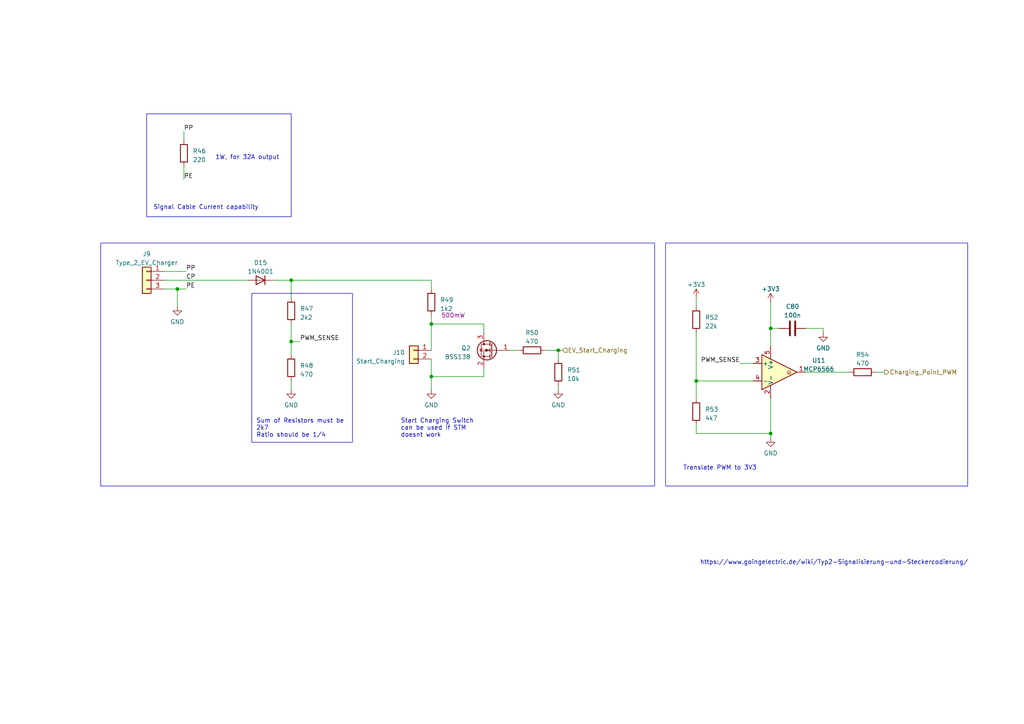
<source format=kicad_sch>
(kicad_sch (version 20231120) (generator "eeschema") (generator_version "8.0")
  (paper "A4")
  (lib_symbols
    (symbol "Comparator:MCP6566" (pin_names (offset 0.127))
      (property "Reference" "U" (at 0 5.08 0))
      (property "Value" "MCP6566" (at 0 -5.08 0))
      (symbol "MCP6566_0_1"
        (polyline (pts (xy -5.08 5.08) (xy 5.08 0) (xy -5.08 -5.08) (xy -5.08 5.08)) (stroke (width 0.254)) (fill (type background)))
        (polyline (pts (xy 3.302 -0.508) (xy 2.794 -0.508) (xy 3.302 0) (xy 2.794 0.508) (xy 2.286 0) (xy 2.794 -0.508) (xy 2.286 -0.508)) (stroke (width 0.127)))
        (pin power_in line (at -2.54 -7.62 90) (length 3.81) (name "V-") (number "2"))
        (pin power_in line (at -2.54 7.62 270) (length 3.81) (name "V+") (number "5"))
      )
      (symbol "MCP6566_1_1"
        (pin open_collector line (at 7.62 0 180) (length 2.54) (name "~") (number "1"))
        (pin input line (at -7.62 2.54 0) (length 2.54) (name "+") (number "3"))
        (pin input line (at -7.62 -2.54 0) (length 2.54) (name "-") (number "4"))
      )
    )
    (symbol "Connector_Generic:Conn_01x02" (pin_names (offset 1.016) hide)
      (property "Reference" "J" (at 0 2.54 0))
      (property "Value" "Conn_01x02" (at 0 -5.08 0))
      (symbol "Conn_01x02_1_1"
        (rectangle (start -1.27 -2.413) (end 0 -2.667) (stroke (width 0.1524)))
        (rectangle (start -1.27 0.127) (end 0 -0.127) (stroke (width 0.1524)))
        (rectangle (start -1.27 1.27) (end 1.27 -3.81) (stroke (width 0.254)) (fill (type background)))
        (pin passive line (at -5.08 0 0) (length 3.81) (name "Pin_1") (number "1"))
        (pin passive line (at -5.08 -2.54 0) (length 3.81) (name "Pin_2") (number "2"))
      )
    )
    (symbol "Connector_Generic:Conn_01x03" (pin_names (offset 1.016) hide)
      (property "Reference" "J" (at 0 5.08 0))
      (property "Value" "Conn_01x03" (at 0 -5.08 0))
      (symbol "Conn_01x03_1_1"
        (rectangle (start -1.27 -2.413) (end 0 -2.667) (stroke (width 0.1524)))
        (rectangle (start -1.27 0.127) (end 0 -0.127) (stroke (width 0.1524)))
        (rectangle (start -1.27 2.667) (end 0 2.413) (stroke (width 0.1524)))
        (rectangle (start -1.27 3.81) (end 1.27 -3.81) (stroke (width 0.254)) (fill (type background)))
        (pin passive line (at -5.08 2.54 0) (length 3.81) (name "Pin_1") (number "1"))
        (pin passive line (at -5.08 0 0) (length 3.81) (name "Pin_2") (number "2"))
        (pin passive line (at -5.08 -2.54 0) (length 3.81) (name "Pin_3") (number "3"))
      )
    )
    (symbol "Device:C" (pin_numbers hide) (pin_names (offset 0.254))
      (property "Reference" "C" (at 0.635 2.54 0))
      (property "Value" "C" (at 0.635 -2.54 0))
      (symbol "C_0_1"
        (polyline (pts (xy -2.032 -0.762) (xy 2.032 -0.762)) (stroke (width 0.508)))
        (polyline (pts (xy -2.032 0.762) (xy 2.032 0.762)) (stroke (width 0.508)))
      )
      (symbol "C_1_1"
        (pin passive line (at 0 3.81 270) (length 2.794) (name "~") (number "1"))
        (pin passive line (at 0 -3.81 90) (length 2.794) (name "~") (number "2"))
      )
    )
    (symbol "Device:R" (pin_numbers hide) (pin_names (offset 0))
      (property "Reference" "R" (at 2.032 0 90))
      (property "Value" "R" (at 0 0 90))
      (symbol "R_0_1"
        (rectangle (start -1.016 -2.54) (end 1.016 2.54) (stroke (width 0.254)))
      )
      (symbol "R_1_1"
        (pin passive line (at 0 3.81 270) (length 1.27) (name "~") (number "1"))
        (pin passive line (at 0 -3.81 90) (length 1.27) (name "~") (number "2"))
      )
    )
    (symbol "Diode:1N4001" (pin_numbers hide) (pin_names hide)
      (property "Reference" "D" (at 0 2.54 0))
      (property "Value" "1N4001" (at 0 -2.54 0))
      (symbol "1N4001_0_1"
        (polyline (pts (xy -1.27 1.27) (xy -1.27 -1.27)) (stroke (width 0.254)))
        (polyline (pts (xy 1.27 0) (xy -1.27 0)))
        (polyline (pts (xy 1.27 1.27) (xy 1.27 -1.27) (xy -1.27 0) (xy 1.27 1.27)) (stroke (width 0.254)))
      )
      (symbol "1N4001_1_1"
        (pin passive line (at -3.81 0 0) (length 2.54) (name "K") (number "1"))
        (pin passive line (at 3.81 0 180) (length 2.54) (name "A") (number "2"))
      )
    )
    (symbol "Transistor_FET:BSS138" (pin_names hide)
      (property "Reference" "Q" (at 5.08 1.905 0))
      (property "Value" "BSS138" (at 5.08 0 0))
      (symbol "BSS138_0_1"
        (polyline (pts (xy 0.254 0) (xy -2.54 0)))
        (polyline (pts (xy 0.254 1.905) (xy 0.254 -1.905)) (stroke (width 0.254)))
        (polyline (pts (xy 0.762 -1.27) (xy 0.762 -2.286)) (stroke (width 0.254)))
        (polyline (pts (xy 0.762 0.508) (xy 0.762 -0.508)) (stroke (width 0.254)))
        (polyline (pts (xy 0.762 2.286) (xy 0.762 1.27)) (stroke (width 0.254)))
        (polyline (pts (xy 2.54 2.54) (xy 2.54 1.778)))
        (polyline (pts (xy 2.54 -2.54) (xy 2.54 0) (xy 0.762 0)))
        (polyline (pts (xy 0.762 -1.778) (xy 3.302 -1.778) (xy 3.302 1.778) (xy 0.762 1.778)))
        (polyline (pts (xy 1.016 0) (xy 2.032 0.381) (xy 2.032 -0.381) (xy 1.016 0)) (fill (type outline)))
        (polyline (pts (xy 2.794 0.508) (xy 2.921 0.381) (xy 3.683 0.381) (xy 3.81 0.254)))
        (polyline (pts (xy 3.302 0.381) (xy 2.921 -0.254) (xy 3.683 -0.254) (xy 3.302 0.381)))
        (circle (center 1.651 0) (radius 2.794) (stroke (width 0.254)))
        (circle (center 2.54 -1.778) (radius 0.254) (fill (type outline)))
        (circle (center 2.54 1.778) (radius 0.254) (fill (type outline)))
      )
      (symbol "BSS138_1_1"
        (pin input line (at -5.08 0 0) (length 2.54) (name "G") (number "1"))
        (pin passive line (at 2.54 -5.08 90) (length 2.54) (name "S") (number "2"))
        (pin passive line (at 2.54 5.08 270) (length 2.54) (name "D") (number "3"))
      )
    )
    (symbol "power:+3V3" (power) (pin_numbers hide) (pin_names (offset 0) hide)
      (property "Value" "+3V3" (at 0 3.556 0))
      (symbol "+3V3_0_1"
        (polyline (pts (xy -0.762 1.27) (xy 0 2.54)))
        (polyline (pts (xy 0 0) (xy 0 2.54)))
        (polyline (pts (xy 0 2.54) (xy 0.762 1.27)))
      )
      (symbol "+3V3_1_1"
        (pin power_in line (at 0 0 90) (length 0) (name "~") (number "1"))
      )
    )
    (symbol "power:GND" (power) (pin_numbers hide) (pin_names (offset 0) hide)
      (property "Value" "GND" (at 0 -3.81 0))
      (symbol "GND_0_1"
        (polyline (pts (xy 0 0) (xy 0 -1.27) (xy 1.27 -1.27) (xy 0 -2.54) (xy -1.27 -1.27) (xy 0 -1.27)))
      )
      (symbol "GND_1_1"
        (pin power_in line (at 0 0 270) (length 0) (name "~") (number "1"))
      )
    )
  )
  (junction (at 51.435 83.82))
  (junction (at 223.52 95.25))
  (junction (at 201.93 110.49))
  (junction (at 161.925 101.6))
  (junction (at 84.455 81.28))
  (junction (at 84.455 99.06))
  (junction (at 223.52 125.73))
  (junction (at 125.095 109.22))
  (junction (at 125.095 93.98))
  (wire (pts (xy 161.925 111.76) (xy 161.925 113.03)))
  (wire (pts (xy 84.455 81.28) (xy 84.455 86.36)))
  (wire (pts (xy 214.63 105.41) (xy 218.44 105.41)))
  (wire (pts (xy 161.925 101.6) (xy 161.925 104.14)))
  (wire (pts (xy 233.68 107.95) (xy 246.38 107.95)))
  (wire (pts (xy 53.34 48.26) (xy 53.34 52.07)))
  (wire (pts (xy 84.455 81.28) (xy 125.095 81.28)))
  (wire (pts (xy 223.52 125.73) (xy 223.52 127)))
  (wire (pts (xy 201.93 86.36) (xy 201.93 88.9)))
  (wire (pts (xy 84.455 99.06) (xy 84.455 102.87)))
  (wire (pts (xy 125.095 104.14) (xy 125.095 109.22)))
  (wire (pts (xy 125.095 93.98) (xy 125.095 91.44)))
  (wire (pts (xy 223.52 95.25) (xy 226.06 95.25)))
  (wire (pts (xy 223.52 115.57) (xy 223.52 125.73)))
  (wire (pts (xy 125.095 109.22) (xy 125.095 113.03)))
  (wire (pts (xy 161.925 101.6) (xy 163.195 101.6)))
  (wire (pts (xy 125.095 81.28) (xy 125.095 83.82)))
  (wire (pts (xy 84.455 110.49) (xy 84.455 113.03)))
  (wire (pts (xy 140.335 93.98) (xy 125.095 93.98)))
  (wire (pts (xy 223.52 95.25) (xy 223.52 100.33)))
  (wire (pts (xy 147.955 101.6) (xy 150.495 101.6)))
  (wire (pts (xy 218.44 110.49) (xy 201.93 110.49)))
  (wire (pts (xy 51.435 83.82) (xy 53.975 83.82)))
  (wire (pts (xy 51.435 83.82) (xy 51.435 88.9)))
  (wire (pts (xy 223.52 87.63) (xy 223.52 95.25)))
  (wire (pts (xy 79.375 81.28) (xy 84.455 81.28)))
  (wire (pts (xy 125.095 93.98) (xy 125.095 101.6)))
  (wire (pts (xy 47.625 78.74) (xy 53.975 78.74)))
  (wire (pts (xy 84.455 99.06) (xy 86.995 99.06)))
  (wire (pts (xy 125.095 109.22) (xy 140.335 109.22)))
  (wire (pts (xy 84.455 93.98) (xy 84.455 99.06)))
  (wire (pts (xy 53.34 38.1) (xy 53.34 40.64)))
  (wire (pts (xy 47.625 83.82) (xy 51.435 83.82)))
  (wire (pts (xy 140.335 96.52) (xy 140.335 93.98)))
  (wire (pts (xy 47.625 81.28) (xy 71.755 81.28)))
  (wire (pts (xy 256.54 107.95) (xy 254 107.95)))
  (wire (pts (xy 140.335 109.22) (xy 140.335 106.68)))
  (wire (pts (xy 201.93 123.19) (xy 201.93 125.73)))
  (wire (pts (xy 201.93 96.52) (xy 201.93 110.49)))
  (wire (pts (xy 158.115 101.6) (xy 161.925 101.6)))
  (wire (pts (xy 201.93 110.49) (xy 201.93 115.57)))
  (wire (pts (xy 238.76 96.52) (xy 238.76 95.25)))
  (wire (pts (xy 238.76 95.25) (xy 233.68 95.25)))
  (wire (pts (xy 201.93 125.73) (xy 223.52 125.73)))
  (rectangle (start 29.21 70.485) (end 189.865 140.97))
  (rectangle (start 42.545 33.02) (end 84.455 62.865))
  (rectangle (start 73.025 85.09) (end 102.235 128.27))
  (rectangle (start 193.04 70.485) (end 280.67 140.97))
  (text "Start Charging Switch \ncan be used if STM\ndoesnt work" (at 116.205 127 0) (effects (font (size 1.27 1.27)) (justify left bottom)))
  (text "Sum of Resistors must be \n2k7\nRatio should be 1/4" (at 74.295 127 0) (effects (font (size 1.27 1.27)) (justify left bottom)))
  (text "1W, for 32A output" (at 71.755 45.72 0) (effects (font (size 1.27 1.27))))
  (text "Translate PWM to 3V3" (at 198.12 136.525 0) (effects (font (size 1.27 1.27)) (justify left bottom)))
  (text "Signal Cable Current capability" (at 44.45 60.96 0) (effects (font (size 1.27 1.27)) (justify left bottom)))
  (text "https://www.goingelectric.de/wiki/Typ2-Signalisierung-und-Steckercodierung/" (at 241.935 163.195 0) (effects (font (size 1.27 1.27))))
  (label "PE" (at 53.975 83.82 0))
  (label "PE" (at 53.34 52.07 0))
  (label "PWM_SENSE" (at 214.63 105.41 180))
  (label "PP" (at 53.975 78.74 0))
  (label "PP" (at 53.34 38.1 0))
  (label "PWM_SENSE" (at 86.995 99.06 0))
  (label "CP" (at 53.975 81.28 0))
  (hierarchical_label "Charging_Point_PWM" (shape output) (at 256.54 107.95 0))
  (hierarchical_label "EV_Start_Charging" (shape input) (at 163.195 101.6 0))
  (symbol (lib_id "Comparator:MCP6566") (at 226.06 107.95 0) (unit 1)
    (property "Reference" "U11" (at 237.49 104.5211 0))
    (property "Value" "MCP6566" (at 237.49 107.0611 0))
    (property "Footprint" "Package_TO_SOT_SMD:SOT-23-5" (effects (hide yes)))
    (property "Datasheet" "http://ww1.microchip.com/downloads/en/DeviceDoc/MCP6566-6R-6U-7-9-1.8V-Low-Power-Open-Drain-Output-Comparator-DS20002143G.pdf" (effects (hide yes)))
    (instances (project "FT25-Charger" (path "" (reference "U11") (unit 1))) (project "EV_Emulator" (path "" (reference "U2") (unit 1))) (project "FT23_Charger" (path "" (reference "U3") (unit 1))))
  )
  (symbol (lib_id "Device:R") (at 84.455 90.17 0) (unit 1)
    (property "Reference" "R47" (at 86.995 89.535 0) (effects (justify left)))
    (property "Value" "2k2" (at 86.995 92.075 0) (effects (justify left)))
    (property "Footprint" "Resistor_SMD:R_0805_2012Metric" (effects (hide yes)))
    (instances (project "FT25-Charger" (path "" (reference "R47") (unit 1))) (project "EV_Emulator" (path "" (reference "R2") (unit 1))) (project "FT23_Charger" (path "" (reference "R17") (unit 1))))
  )
  (symbol (lib_id "power:GND") (at 84.455 113.03 0) (unit 1)
    (property "Reference" "#PWR0111" (effects (hide yes)))
    (property "Value" "GND" (at 84.455 117.475 0))
    (property "Description" "Power symbol creates a global label with name \"GND\" , ground" (effects (hide yes)))
    (instances (project "FT25-Charger" (path "" (reference "#PWR0111") (unit 1))) (project "FT23_Charger" (path "" (reference "#PWR030") (unit 1))))
  )
  (symbol (lib_id "power:GND") (at 51.435 88.9 0) (unit 1)
    (property "Reference" "#PWR0110" (effects (hide yes)))
    (property "Value" "GND" (at 51.435 93.345 0))
    (property "Description" "Power symbol creates a global label with name \"GND\" , ground" (effects (hide yes)))
    (instances (project "FT25-Charger" (path "" (reference "#PWR0110") (unit 1))) (project "FT23_Charger" (path "" (reference "#PWR028") (unit 1))))
  )
  (symbol (lib_id "power:GND") (at 223.52 127 0) (unit 1)
    (property "Reference" "#PWR0116" (effects (hide yes)))
    (property "Value" "GND" (at 223.52 131.445 0))
    (property "Description" "Power symbol creates a global label with name \"GND\" , ground" (effects (hide yes)))
    (instances (project "FT25-Charger" (path "" (reference "#PWR0116") (unit 1))) (project "FT23_Charger" (path "" (reference "#PWR036") (unit 1))))
  )
  (symbol (lib_id "Device:C") (at 229.87 95.25 270) (unit 1)
    (property "Reference" "C80" (at 229.87 88.9 90))
    (property "Value" "100n" (at 229.87 91.44 90))
    (property "Footprint" "Capacitor_SMD:C_0603_1608Metric" (effects (hide yes)))
    (instances (project "FT25-Charger" (path "" (reference "C80") (unit 1))) (project "EV_Emulator" (path "" (reference "C1") (unit 1))) (project "FT23_Charger" (path "" (reference "C12") (unit 1))))
  )
  (symbol (lib_id "Device:R") (at 84.455 106.68 0) (unit 1)
    (property "Reference" "R48" (at 86.995 106.045 0) (effects (justify left)))
    (property "Value" "470" (at 86.995 108.585 0) (effects (justify left)))
    (property "Footprint" "Resistor_SMD:R_0805_2012Metric" (effects (hide yes)))
    (instances (project "FT25-Charger" (path "" (reference "R48") (unit 1))) (project "EV_Emulator" (path "" (reference "R6") (unit 1))) (project "FT23_Charger" (path "" (reference "R18") (unit 1))))
  )
  (symbol (lib_id "power:+3V3") (at 223.52 87.63 0) (unit 1)
    (property "Reference" "#PWR0115" (effects (hide yes)))
    (property "Value" "+3V3" (at 223.52 83.82 0))
    (property "Description" "Power symbol creates a global label with name \"+3V3\"" (effects (hide yes)))
    (instances (project "FT25-Charger" (path "" (reference "#PWR0115") (unit 1))) (project "EV_Emulator" (path "" (reference "#PWR011") (unit 1))) (project "FT23_Charger" (path "" (reference "#PWR033") (unit 1))))
  )
  (symbol (lib_id "Diode:1N4001") (at 75.565 81.28 180) (unit 1)
    (property "Reference" "D15" (at 75.565 76.2 0))
    (property "Value" "1N4001" (at 75.565 78.74 0))
    (property "Footprint" "Diode_SMD:D_SOD-123" (effects (hide yes)))
    (property "Datasheet" "http://www.vishay.com/docs/88503/1n4001.pdf" (effects (hide yes)))
    (property "Sim.Device" "D" (effects (hide yes)))
    (property "Sim.Pins" "1=K 2=A" (effects (hide yes)))
    (instances (project "FT25-Charger" (path "" (reference "D15") (unit 1))) (project "EV_Emulator" (path "" (reference "D1") (unit 1))) (project "FT23_Charger" (path "" (reference "D4") (unit 1))))
  )
  (symbol (lib_id "Device:R") (at 201.93 92.71 0) (unit 1)
    (property "Reference" "R52" (at 204.47 92.075 0) (effects (justify left)))
    (property "Value" "22k" (at 204.47 94.615 0) (effects (justify left)))
    (property "Footprint" "Resistor_SMD:R_0603_1608Metric" (effects (hide yes)))
    (instances (project "FT25-Charger" (path "" (reference "R52") (unit 1))) (project "EV_Emulator" (path "" (reference "R7") (unit 1))) (project "FT23_Charger" (path "" (reference "R23") (unit 1))))
  )
  (symbol (lib_id "Device:R") (at 125.095 87.63 0) (unit 1)
    (property "Reference" "R49" (at 127.635 86.995 0) (effects (justify left)))
    (property "Value" "1k2" (at 127.635 89.535 0) (effects (justify left)))
    (property "Footprint" "Resistor_SMD:R_1206_3216Metric" (effects (hide yes)))
    (property "Power" "500mW" (at 131.445 91.44 0))
    (instances (project "FT25-Charger" (path "" (reference "R49") (unit 1))) (project "EV_Emulator" (path "" (reference "R3") (unit 1))) (project "FT23_Charger" (path "" (reference "R19") (unit 1))))
  )
  (symbol (lib_id "Transistor_FET:BSS138") (at 142.875 101.6 0) (mirror y) (unit 1)
    (property "Reference" "Q2" (at 136.525 100.965 0) (effects (justify left)))
    (property "Value" "BSS138" (at 136.525 103.505 0) (effects (justify left)))
    (property "Footprint" "Package_TO_SOT_SMD:SOT-23" (effects (hide yes)))
    (property "Datasheet" "https://www.onsemi.com/pub/Collateral/BSS138-D.PDF" (effects (hide yes)))
    (property "Description" "50V Vds, 0.22A Id, N-Channel MOSFET, SOT-23" (effects (hide yes)))
    (instances (project "FT25-Charger" (path "" (reference "Q2") (unit 1))) (project "EV_Emulator" (path "" (reference "Q1") (unit 1))) (project "FT23_Charger" (path "" (reference "Q1") (unit 1))))
  )
  (symbol (lib_id "Device:R") (at 250.19 107.95 90) (unit 1)
    (property "Reference" "R54" (at 250.19 102.87 90))
    (property "Value" "470" (at 250.19 105.41 90))
    (property "Footprint" "Resistor_SMD:R_0603_1608Metric" (effects (hide yes)))
    (instances (project "FT25-Charger" (path "" (reference "R54") (unit 1))) (project "EV_Emulator" (path "" (reference "R13") (unit 1))) (project "FT23_Charger" (path "" (reference "R25") (unit 1))))
  )
  (symbol (lib_id "Device:R") (at 201.93 119.38 0) (unit 1)
    (property "Reference" "R53" (at 204.47 118.745 0) (effects (justify left)))
    (property "Value" "4k7" (at 204.47 121.285 0) (effects (justify left)))
    (property "Footprint" "Resistor_SMD:R_0603_1608Metric" (effects (hide yes)))
    (instances (project "FT25-Charger" (path "" (reference "R53") (unit 1))) (project "EV_Emulator" (path "" (reference "R8") (unit 1))) (project "FT23_Charger" (path "" (reference "R24") (unit 1))))
  )
  (symbol (lib_id "Connector_Generic:Conn_01x03") (at 42.545 81.28 0) (mirror y) (unit 1)
    (property "Reference" "J9" (at 42.545 73.66 0))
    (property "Value" "Type_2_EV_Charger" (at 42.545 76.2 0))
    (property "Footprint" "FaSTTUBe_connectors:Micro_Mate-N-Lok_3p_vertical" (effects (hide yes)))
    (instances (project "FT25-Charger" (path "" (reference "J9") (unit 1))) (project "EV_Emulator" (path "" (reference "J1") (unit 1))) (project "FT23_Charger" (path "" (reference "J2") (unit 1))))
  )
  (symbol (lib_id "power:GND") (at 238.76 96.52 0) (unit 1)
    (property "Reference" "#PWR0117" (effects (hide yes)))
    (property "Value" "GND" (at 238.76 100.965 0))
    (property "Description" "Power symbol creates a global label with name \"GND\" , ground" (effects (hide yes)))
    (instances (project "FT25-Charger" (path "" (reference "#PWR0117") (unit 1))) (project "FT23_Charger" (path "" (reference "#PWR031") (unit 1))))
  )
  (symbol (lib_id "power:GND") (at 125.095 113.03 0) (unit 1)
    (property "Reference" "#PWR0112" (effects (hide yes)))
    (property "Value" "GND" (at 125.095 117.475 0))
    (property "Description" "Power symbol creates a global label with name \"GND\" , ground" (effects (hide yes)))
    (instances (project "FT25-Charger" (path "" (reference "#PWR0112") (unit 1))) (project "FT23_Charger" (path "" (reference "#PWR029") (unit 1))))
  )
  (symbol (lib_id "Device:R") (at 161.925 107.95 0) (unit 1)
    (property "Reference" "R51" (at 164.465 107.315 0) (effects (justify left)))
    (property "Value" "10k" (at 164.465 109.855 0) (effects (justify left)))
    (property "Footprint" "Resistor_SMD:R_0603_1608Metric" (effects (hide yes)))
    (instances (project "FT25-Charger" (path "" (reference "R51") (unit 1))) (project "EV_Emulator" (path "" (reference "R5") (unit 1))) (project "FT23_Charger" (path "" (reference "R21") (unit 1))))
  )
  (symbol (lib_id "Device:R") (at 53.34 44.45 0) (unit 1)
    (property "Reference" "R46" (at 55.88 43.815 0) (effects (justify left)))
    (property "Value" "220" (at 55.88 46.355 0) (effects (justify left)))
    (property "Footprint" "Resistor_SMD:R_1206_3216Metric" (effects (hide yes)))
    (property "Description" "CRM1206-FX-2200ELF" (effects (hide yes)))
    (property "Power" "1W" (effects (hide yes)))
    (instances (project "FT25-Charger" (path "" (reference "R46") (unit 1))) (project "EV_Emulator" (path "" (reference "R1") (unit 1))) (project "FT23_Charger" (path "" (reference "R22") (unit 1))))
  )
  (symbol (lib_id "Connector_Generic:Conn_01x02") (at 120.015 101.6 0) (mirror y) (unit 1)
    (property "Reference" "J10" (at 117.475 102.235 0) (effects (justify left)))
    (property "Value" "Start_Charging" (at 117.475 104.775 0) (effects (justify left)))
    (property "Footprint" "Connector_PinHeader_2.54mm:PinHeader_1x02_P2.54mm_Vertical" (effects (hide yes)))
    (instances (project "FT25-Charger" (path "" (reference "J10") (unit 1))) (project "EV_Emulator" (path "" (reference "J2") (unit 1))) (project "FT23_Charger" (path "" (reference "J3") (unit 1))))
  )
  (symbol (lib_id "power:GND") (at 161.925 113.03 0) (unit 1)
    (property "Reference" "#PWR0113" (effects (hide yes)))
    (property "Value" "GND" (at 161.925 117.475 0))
    (property "Description" "Power symbol creates a global label with name \"GND\" , ground" (effects (hide yes)))
    (instances (project "FT25-Charger" (path "" (reference "#PWR0113") (unit 1))) (project "FT23_Charger" (path "" (reference "#PWR034") (unit 1))))
  )
  (symbol (lib_id "power:+3V3") (at 201.93 86.36 0) (unit 1)
    (property "Reference" "#PWR0114" (effects (hide yes)))
    (property "Value" "+3V3" (at 201.93 82.55 0))
    (property "Description" "Power symbol creates a global label with name \"+3V3\"" (effects (hide yes)))
    (instances (project "FT25-Charger" (path "" (reference "#PWR0114") (unit 1))) (project "EV_Emulator" (path "" (reference "#PWR014") (unit 1))) (project "FT23_Charger" (path "" (reference "#PWR032") (unit 1))))
  )
  (symbol (lib_id "Device:R") (at 154.305 101.6 270) (unit 1)
    (property "Reference" "R50" (at 154.305 96.52 90))
    (property "Value" "470" (at 154.305 99.06 90))
    (property "Footprint" "Resistor_SMD:R_0603_1608Metric" (effects (hide yes)))
    (instances (project "FT25-Charger" (path "" (reference "R50") (unit 1))) (project "EV_Emulator" (path "" (reference "R4") (unit 1))) (project "FT23_Charger" (path "" (reference "R20") (unit 1))))
  )
)
</source>
